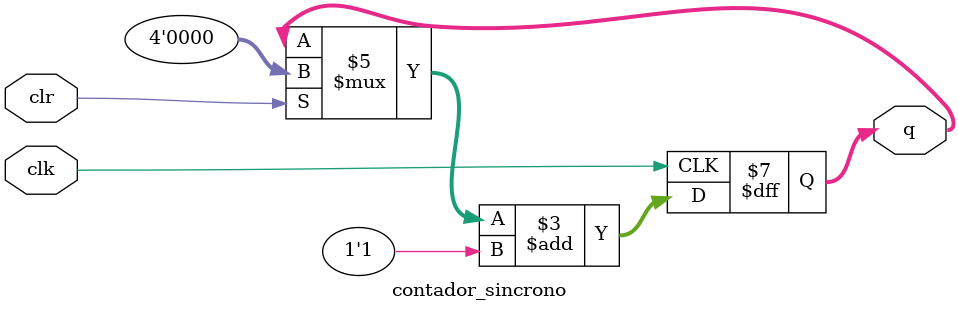
<source format=v>
module contador_sincrono(q,clr,clk);
    input clr,clk;
    output reg [3:0] q;
    always@ (posedge clk) begin
        if(clr == 1'b1)
            q = 4'b0000;

        q = q + 1'b1;
    end
endmodule
</source>
